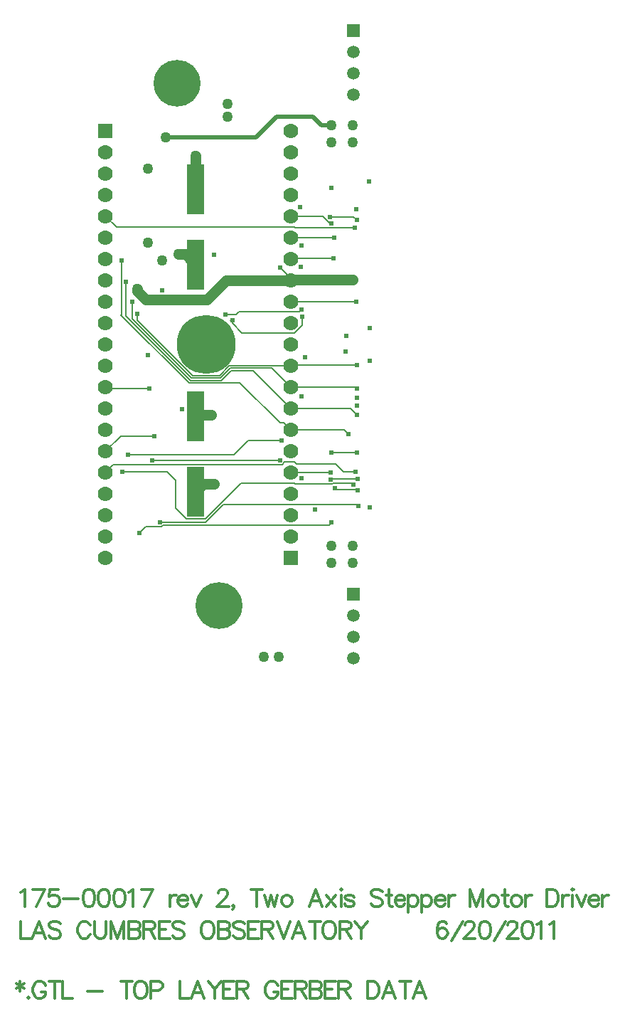
<source format=gtl>
%FSLAX23Y23*%
%MOIN*%
G70*
G01*
G75*
G04 Layer_Physical_Order=1*
G04 Layer_Color=255*
%ADD10R,0.079X0.236*%
%ADD11C,0.008*%
%ADD12C,0.007*%
%ADD13C,0.050*%
%ADD14C,0.020*%
%ADD15C,0.012*%
%ADD16C,0.012*%
%ADD17C,0.012*%
%ADD18R,0.070X0.070*%
%ADD19C,0.070*%
%ADD20C,0.219*%
%ADD21C,0.276*%
%ADD22C,0.059*%
%ADD23R,0.059X0.059*%
%ADD24C,0.050*%
%ADD25C,0.024*%
D10*
X31838Y21125D02*
D03*
Y21477D02*
D03*
Y22542D02*
D03*
Y22190D02*
D03*
D11*
X32283Y22116D02*
Y22125D01*
X32233Y22175D02*
X32283Y22125D01*
D12*
Y22316D02*
X32489D01*
X32489Y22316D01*
X31521Y21300D02*
X32018D01*
X31487Y21386D02*
X31506D01*
X31507Y21385D01*
X31645D01*
X32333Y21977D02*
Y21979D01*
Y21977D02*
X32333Y21977D01*
X32324Y21968D02*
X32333Y21977D01*
X32472Y21184D02*
X32599D01*
X32001Y21927D02*
X32010Y21918D01*
Y21914D02*
Y21918D01*
Y21914D02*
X32056Y21868D01*
X32302Y22364D02*
X32304Y22363D01*
X32585D01*
X32586Y22363D01*
X31416Y22416D02*
X31469Y22364D01*
X32302D01*
X31490Y21954D02*
Y22208D01*
X31489Y21953D02*
X31490Y21954D01*
X31510Y22107D02*
X31511Y22108D01*
X31510Y21950D02*
Y22107D01*
X31542Y22015D02*
X31542Y22015D01*
Y21934D02*
Y22015D01*
X31563Y21957D02*
X31564Y21957D01*
X31563Y21930D02*
Y21957D01*
Y21930D02*
X31823Y21670D01*
X31542Y21934D02*
X31818Y21658D01*
X31530Y21929D02*
X31813Y21646D01*
X31489Y21953D02*
X31808Y21634D01*
X31510Y21950D02*
X31530Y21930D01*
X31510Y21950D02*
Y21950D01*
X31530Y21929D02*
Y21930D01*
X32046Y21634D02*
X32233Y21447D01*
X31808Y21634D02*
X32046D01*
X32233Y21447D02*
X32252D01*
X32283Y21416D01*
X31813Y21646D02*
X31959D01*
X32006Y21692D01*
X32107D01*
X32283Y21516D01*
X31818Y21658D02*
X31955D01*
X32001Y21704D01*
X32195D01*
X32283Y21616D01*
X31823Y21670D02*
X31950D01*
X31996Y21716D01*
X32283D01*
X31416Y21616D02*
X31424Y21608D01*
X31622D01*
X31576Y20932D02*
X31604Y20961D01*
X31678D01*
X31686Y20968D01*
X32463D01*
X32476Y20981D01*
X31885D02*
X31968Y21064D01*
X31416Y21316D02*
X31487Y21386D01*
X31670Y20981D02*
X31885D01*
X31968Y21064D02*
X32598D01*
X32602Y21059D01*
X31703Y21218D02*
X31743Y21178D01*
X31494Y21218D02*
X31703D01*
X31743Y21050D02*
Y21178D01*
Y21050D02*
X31795Y20998D01*
X31886D02*
X32051Y21164D01*
X32302D01*
X32304Y21163D01*
X31795Y20998D02*
X31886D01*
X32304Y21163D02*
X32479D01*
X32480Y21164D01*
X32573D01*
X32578Y21159D01*
X32492Y21143D02*
X32501Y21134D01*
X32597D01*
X31416Y21216D02*
X31452Y21251D01*
X31881D01*
X31881Y21251D01*
X32193D01*
X32193Y21252D01*
X32244D01*
X32256Y21264D01*
X32310Y21256D02*
X32493D01*
X32256Y21264D02*
X32302D01*
X32310Y21256D01*
X32493D02*
X32531Y21218D01*
X32587D01*
X32001Y21927D02*
X32002D01*
X32056Y21868D02*
X32302D01*
X32339Y21904D01*
Y21945D01*
X31979Y21955D02*
X32028D01*
X32041Y21968D01*
X32324D01*
X32018Y21300D02*
X32083Y21365D01*
X32241D01*
X31634Y21273D02*
X31635Y21272D01*
X32236D01*
X32240Y21268D01*
X32283Y21416D02*
X32534D01*
X32555Y21395D01*
X32563Y21516D02*
X32595Y21484D01*
X32601D01*
X32283Y22216D02*
X32284Y22217D01*
X32486D01*
X32471Y21183D02*
X32472Y21184D01*
X32436Y22416D02*
X32469Y22383D01*
X32283Y22416D02*
X32436D01*
X32469Y22383D02*
X32476D01*
X32474Y21307D02*
X32475Y21308D01*
X32594D01*
X32579Y22413D02*
X32593Y22399D01*
X32468Y22413D02*
X32579D01*
X32470Y21216D02*
X32470Y21216D01*
X32283Y21216D02*
X32470D01*
X32283Y22016D02*
X32284Y22014D01*
X32592D01*
X32283Y21716D02*
X32284Y21717D01*
X32593D01*
X32283Y21616D02*
X32585D01*
X32594Y21607D01*
X32283Y21516D02*
X32563D01*
D13*
X31564Y22065D02*
Y22075D01*
Y22065D02*
X31603Y22026D01*
X31891D01*
X31981Y22116D01*
X32283D01*
X32285Y22118D02*
X32573D01*
X32283Y22116D02*
X32285Y22118D01*
X31838Y22542D02*
Y22697D01*
X31757Y22237D02*
X31791D01*
X31838Y22190D01*
X31845Y21484D02*
X31912D01*
X31838Y21477D02*
X31845Y21484D01*
X31875Y21162D02*
X31926D01*
X31838Y21125D02*
X31875Y21162D01*
D14*
X31698Y22784D02*
X32122D01*
X32219Y22881D01*
X32388D01*
X32428Y22841D01*
X32476D01*
D15*
X31016Y18832D02*
Y18786D01*
X30997Y18821D02*
X31035Y18798D01*
Y18821D02*
X30997Y18798D01*
X31055Y18760D02*
X31051Y18756D01*
X31055Y18752D01*
X31059Y18756D01*
X31055Y18760D01*
X31133Y18813D02*
X31130Y18821D01*
X31122Y18828D01*
X31114Y18832D01*
X31099D01*
X31092Y18828D01*
X31084Y18821D01*
X31080Y18813D01*
X31076Y18802D01*
Y18783D01*
X31080Y18771D01*
X31084Y18763D01*
X31092Y18756D01*
X31099Y18752D01*
X31114D01*
X31122Y18756D01*
X31130Y18763D01*
X31133Y18771D01*
Y18783D01*
X31114D02*
X31133D01*
X31178Y18832D02*
Y18752D01*
X31152Y18832D02*
X31205D01*
X31215D02*
Y18752D01*
X31260D01*
X31332Y18786D02*
X31400D01*
X31514Y18832D02*
Y18752D01*
X31487Y18832D02*
X31540D01*
X31573D02*
X31565Y18828D01*
X31557Y18821D01*
X31554Y18813D01*
X31550Y18802D01*
Y18783D01*
X31554Y18771D01*
X31557Y18763D01*
X31565Y18756D01*
X31573Y18752D01*
X31588D01*
X31595Y18756D01*
X31603Y18763D01*
X31607Y18771D01*
X31611Y18783D01*
Y18802D01*
X31607Y18813D01*
X31603Y18821D01*
X31595Y18828D01*
X31588Y18832D01*
X31573D01*
X31629Y18790D02*
X31664D01*
X31675Y18794D01*
X31679Y18798D01*
X31683Y18805D01*
Y18817D01*
X31679Y18824D01*
X31675Y18828D01*
X31664Y18832D01*
X31629D01*
Y18752D01*
X31763Y18832D02*
Y18752D01*
X31809D01*
X31879D02*
X31848Y18832D01*
X31818Y18752D01*
X31829Y18779D02*
X31867D01*
X31898Y18832D02*
X31928Y18794D01*
Y18752D01*
X31958Y18832D02*
X31928Y18794D01*
X32018Y18832D02*
X31969D01*
Y18752D01*
X32018D01*
X31969Y18794D02*
X31999D01*
X32032Y18832D02*
Y18752D01*
Y18832D02*
X32066D01*
X32077Y18828D01*
X32081Y18824D01*
X32085Y18817D01*
Y18809D01*
X32081Y18802D01*
X32077Y18798D01*
X32066Y18794D01*
X32032D01*
X32058D02*
X32085Y18752D01*
X32223Y18813D02*
X32219Y18821D01*
X32211Y18828D01*
X32204Y18832D01*
X32188D01*
X32181Y18828D01*
X32173Y18821D01*
X32169Y18813D01*
X32166Y18802D01*
Y18783D01*
X32169Y18771D01*
X32173Y18763D01*
X32181Y18756D01*
X32188Y18752D01*
X32204D01*
X32211Y18756D01*
X32219Y18763D01*
X32223Y18771D01*
Y18783D01*
X32204D02*
X32223D01*
X32291Y18832D02*
X32241D01*
Y18752D01*
X32291D01*
X32241Y18794D02*
X32272D01*
X32304Y18832D02*
Y18752D01*
Y18832D02*
X32338D01*
X32350Y18828D01*
X32353Y18824D01*
X32357Y18817D01*
Y18809D01*
X32353Y18802D01*
X32350Y18798D01*
X32338Y18794D01*
X32304D01*
X32331D02*
X32357Y18752D01*
X32375Y18832D02*
Y18752D01*
Y18832D02*
X32409D01*
X32421Y18828D01*
X32425Y18824D01*
X32428Y18817D01*
Y18809D01*
X32425Y18802D01*
X32421Y18798D01*
X32409Y18794D01*
X32375D02*
X32409D01*
X32421Y18790D01*
X32425Y18786D01*
X32428Y18779D01*
Y18767D01*
X32425Y18760D01*
X32421Y18756D01*
X32409Y18752D01*
X32375D01*
X32496Y18832D02*
X32446D01*
Y18752D01*
X32496D01*
X32446Y18794D02*
X32477D01*
X32509Y18832D02*
Y18752D01*
Y18832D02*
X32543D01*
X32555Y18828D01*
X32559Y18824D01*
X32563Y18817D01*
Y18809D01*
X32559Y18802D01*
X32555Y18798D01*
X32543Y18794D01*
X32509D01*
X32536D02*
X32563Y18752D01*
X32643Y18832D02*
Y18752D01*
Y18832D02*
X32670D01*
X32681Y18828D01*
X32689Y18821D01*
X32693Y18813D01*
X32697Y18802D01*
Y18783D01*
X32693Y18771D01*
X32689Y18763D01*
X32681Y18756D01*
X32670Y18752D01*
X32643D01*
X32775D02*
X32745Y18832D01*
X32714Y18752D01*
X32726Y18779D02*
X32764D01*
X32821Y18832D02*
Y18752D01*
X32794Y18832D02*
X32847D01*
X32918Y18752D02*
X32887Y18832D01*
X32857Y18752D01*
X32868Y18779D02*
X32906D01*
D16*
X31018Y19113D02*
Y19033D01*
X31063D01*
X31133D02*
X31103Y19113D01*
X31072Y19033D01*
X31084Y19059D02*
X31122D01*
X31205Y19101D02*
X31198Y19109D01*
X31186Y19113D01*
X31171D01*
X31159Y19109D01*
X31152Y19101D01*
Y19094D01*
X31156Y19086D01*
X31159Y19082D01*
X31167Y19078D01*
X31190Y19071D01*
X31198Y19067D01*
X31201Y19063D01*
X31205Y19055D01*
Y19044D01*
X31198Y19036D01*
X31186Y19033D01*
X31171D01*
X31159Y19036D01*
X31152Y19044D01*
X31343Y19094D02*
X31339Y19101D01*
X31332Y19109D01*
X31324Y19113D01*
X31309D01*
X31301Y19109D01*
X31294Y19101D01*
X31290Y19094D01*
X31286Y19082D01*
Y19063D01*
X31290Y19052D01*
X31294Y19044D01*
X31301Y19036D01*
X31309Y19033D01*
X31324D01*
X31332Y19036D01*
X31339Y19044D01*
X31343Y19052D01*
X31366Y19113D02*
Y19055D01*
X31369Y19044D01*
X31377Y19036D01*
X31388Y19033D01*
X31396D01*
X31407Y19036D01*
X31415Y19044D01*
X31419Y19055D01*
Y19113D01*
X31441D02*
Y19033D01*
Y19113D02*
X31471Y19033D01*
X31502Y19113D02*
X31471Y19033D01*
X31502Y19113D02*
Y19033D01*
X31525Y19113D02*
Y19033D01*
Y19113D02*
X31559D01*
X31570Y19109D01*
X31574Y19105D01*
X31578Y19097D01*
Y19090D01*
X31574Y19082D01*
X31570Y19078D01*
X31559Y19075D01*
X31525D02*
X31559D01*
X31570Y19071D01*
X31574Y19067D01*
X31578Y19059D01*
Y19048D01*
X31574Y19040D01*
X31570Y19036D01*
X31559Y19033D01*
X31525D01*
X31596Y19113D02*
Y19033D01*
Y19113D02*
X31630D01*
X31642Y19109D01*
X31645Y19105D01*
X31649Y19097D01*
Y19090D01*
X31645Y19082D01*
X31642Y19078D01*
X31630Y19075D01*
X31596D01*
X31623D02*
X31649Y19033D01*
X31717Y19113D02*
X31667D01*
Y19033D01*
X31717D01*
X31667Y19075D02*
X31698D01*
X31783Y19101D02*
X31776Y19109D01*
X31764Y19113D01*
X31749D01*
X31738Y19109D01*
X31730Y19101D01*
Y19094D01*
X31734Y19086D01*
X31738Y19082D01*
X31745Y19078D01*
X31768Y19071D01*
X31776Y19067D01*
X31780Y19063D01*
X31783Y19055D01*
Y19044D01*
X31776Y19036D01*
X31764Y19033D01*
X31749D01*
X31738Y19036D01*
X31730Y19044D01*
X31887Y19113D02*
X31879Y19109D01*
X31872Y19101D01*
X31868Y19094D01*
X31864Y19082D01*
Y19063D01*
X31868Y19052D01*
X31872Y19044D01*
X31879Y19036D01*
X31887Y19033D01*
X31902D01*
X31910Y19036D01*
X31917Y19044D01*
X31921Y19052D01*
X31925Y19063D01*
Y19082D01*
X31921Y19094D01*
X31917Y19101D01*
X31910Y19109D01*
X31902Y19113D01*
X31887D01*
X31944D02*
Y19033D01*
Y19113D02*
X31978D01*
X31989Y19109D01*
X31993Y19105D01*
X31997Y19097D01*
Y19090D01*
X31993Y19082D01*
X31989Y19078D01*
X31978Y19075D01*
X31944D02*
X31978D01*
X31989Y19071D01*
X31993Y19067D01*
X31997Y19059D01*
Y19048D01*
X31993Y19040D01*
X31989Y19036D01*
X31978Y19033D01*
X31944D01*
X32068Y19101D02*
X32061Y19109D01*
X32049Y19113D01*
X32034D01*
X32023Y19109D01*
X32015Y19101D01*
Y19094D01*
X32019Y19086D01*
X32023Y19082D01*
X32030Y19078D01*
X32053Y19071D01*
X32061Y19067D01*
X32064Y19063D01*
X32068Y19055D01*
Y19044D01*
X32061Y19036D01*
X32049Y19033D01*
X32034D01*
X32023Y19036D01*
X32015Y19044D01*
X32136Y19113D02*
X32086D01*
Y19033D01*
X32136D01*
X32086Y19075D02*
X32117D01*
X32149Y19113D02*
Y19033D01*
Y19113D02*
X32183D01*
X32195Y19109D01*
X32198Y19105D01*
X32202Y19097D01*
Y19090D01*
X32198Y19082D01*
X32195Y19078D01*
X32183Y19075D01*
X32149D01*
X32176D02*
X32202Y19033D01*
X32220Y19113D02*
X32251Y19033D01*
X32281Y19113D02*
X32251Y19033D01*
X32352D02*
X32322Y19113D01*
X32291Y19033D01*
X32303Y19059D02*
X32341D01*
X32398Y19113D02*
Y19033D01*
X32371Y19113D02*
X32424D01*
X32457D02*
X32449Y19109D01*
X32441Y19101D01*
X32438Y19094D01*
X32434Y19082D01*
Y19063D01*
X32438Y19052D01*
X32441Y19044D01*
X32449Y19036D01*
X32457Y19033D01*
X32472D01*
X32480Y19036D01*
X32487Y19044D01*
X32491Y19052D01*
X32495Y19063D01*
Y19082D01*
X32491Y19094D01*
X32487Y19101D01*
X32480Y19109D01*
X32472Y19113D01*
X32457D01*
X32513D02*
Y19033D01*
Y19113D02*
X32548D01*
X32559Y19109D01*
X32563Y19105D01*
X32567Y19097D01*
Y19090D01*
X32563Y19082D01*
X32559Y19078D01*
X32548Y19075D01*
X32513D01*
X32540D02*
X32567Y19033D01*
X32585Y19113D02*
X32615Y19075D01*
Y19033D01*
X32646Y19113D02*
X32615Y19075D01*
X33016Y19101D02*
X33012Y19109D01*
X33001Y19113D01*
X32993D01*
X32982Y19109D01*
X32974Y19097D01*
X32970Y19078D01*
Y19059D01*
X32974Y19044D01*
X32982Y19036D01*
X32993Y19033D01*
X32997D01*
X33008Y19036D01*
X33016Y19044D01*
X33020Y19055D01*
Y19059D01*
X33016Y19071D01*
X33008Y19078D01*
X32997Y19082D01*
X32993D01*
X32982Y19078D01*
X32974Y19071D01*
X32970Y19059D01*
X33037Y19021D02*
X33090Y19113D01*
X33100Y19094D02*
Y19097D01*
X33103Y19105D01*
X33107Y19109D01*
X33115Y19113D01*
X33130D01*
X33138Y19109D01*
X33142Y19105D01*
X33145Y19097D01*
Y19090D01*
X33142Y19082D01*
X33134Y19071D01*
X33096Y19033D01*
X33149D01*
X33190Y19113D02*
X33178Y19109D01*
X33171Y19097D01*
X33167Y19078D01*
Y19067D01*
X33171Y19048D01*
X33178Y19036D01*
X33190Y19033D01*
X33198D01*
X33209Y19036D01*
X33217Y19048D01*
X33220Y19067D01*
Y19078D01*
X33217Y19097D01*
X33209Y19109D01*
X33198Y19113D01*
X33190D01*
X33238Y19021D02*
X33292Y19113D01*
X33301Y19094D02*
Y19097D01*
X33305Y19105D01*
X33308Y19109D01*
X33316Y19113D01*
X33331D01*
X33339Y19109D01*
X33343Y19105D01*
X33346Y19097D01*
Y19090D01*
X33343Y19082D01*
X33335Y19071D01*
X33297Y19033D01*
X33350D01*
X33391Y19113D02*
X33380Y19109D01*
X33372Y19097D01*
X33368Y19078D01*
Y19067D01*
X33372Y19048D01*
X33380Y19036D01*
X33391Y19033D01*
X33399D01*
X33410Y19036D01*
X33418Y19048D01*
X33421Y19067D01*
Y19078D01*
X33418Y19097D01*
X33410Y19109D01*
X33399Y19113D01*
X33391D01*
X33439Y19097D02*
X33447Y19101D01*
X33458Y19113D01*
Y19033D01*
X33498Y19097D02*
X33506Y19101D01*
X33517Y19113D01*
Y19033D01*
D17*
X31018Y19247D02*
X31025Y19251D01*
X31037Y19263D01*
Y19183D01*
X31130Y19263D02*
X31092Y19183D01*
X31076Y19263D02*
X31130D01*
X31193D02*
X31155D01*
X31151Y19228D01*
X31155Y19232D01*
X31167Y19236D01*
X31178D01*
X31190Y19232D01*
X31197Y19225D01*
X31201Y19213D01*
Y19205D01*
X31197Y19194D01*
X31190Y19186D01*
X31178Y19183D01*
X31167D01*
X31155Y19186D01*
X31151Y19190D01*
X31148Y19198D01*
X31219Y19217D02*
X31287D01*
X31334Y19263D02*
X31322Y19259D01*
X31315Y19247D01*
X31311Y19228D01*
Y19217D01*
X31315Y19198D01*
X31322Y19186D01*
X31334Y19183D01*
X31342D01*
X31353Y19186D01*
X31361Y19198D01*
X31364Y19217D01*
Y19228D01*
X31361Y19247D01*
X31353Y19259D01*
X31342Y19263D01*
X31334D01*
X31405D02*
X31394Y19259D01*
X31386Y19247D01*
X31382Y19228D01*
Y19217D01*
X31386Y19198D01*
X31394Y19186D01*
X31405Y19183D01*
X31413D01*
X31424Y19186D01*
X31432Y19198D01*
X31436Y19217D01*
Y19228D01*
X31432Y19247D01*
X31424Y19259D01*
X31413Y19263D01*
X31405D01*
X31476D02*
X31465Y19259D01*
X31457Y19247D01*
X31454Y19228D01*
Y19217D01*
X31457Y19198D01*
X31465Y19186D01*
X31476Y19183D01*
X31484D01*
X31495Y19186D01*
X31503Y19198D01*
X31507Y19217D01*
Y19228D01*
X31503Y19247D01*
X31495Y19259D01*
X31484Y19263D01*
X31476D01*
X31525Y19247D02*
X31532Y19251D01*
X31544Y19263D01*
Y19183D01*
X31637Y19263D02*
X31599Y19183D01*
X31583Y19263D02*
X31637D01*
X31717Y19236D02*
Y19183D01*
Y19213D02*
X31721Y19225D01*
X31729Y19232D01*
X31736Y19236D01*
X31748D01*
X31755Y19213D02*
X31801D01*
Y19221D01*
X31797Y19228D01*
X31793Y19232D01*
X31786Y19236D01*
X31774D01*
X31767Y19232D01*
X31759Y19225D01*
X31755Y19213D01*
Y19205D01*
X31759Y19194D01*
X31767Y19186D01*
X31774Y19183D01*
X31786D01*
X31793Y19186D01*
X31801Y19194D01*
X31818Y19236D02*
X31841Y19183D01*
X31864Y19236D02*
X31841Y19183D01*
X31943Y19244D02*
Y19247D01*
X31947Y19255D01*
X31951Y19259D01*
X31959Y19263D01*
X31974D01*
X31981Y19259D01*
X31985Y19255D01*
X31989Y19247D01*
Y19240D01*
X31985Y19232D01*
X31978Y19221D01*
X31939Y19183D01*
X31993D01*
X32018Y19186D02*
X32015Y19183D01*
X32011Y19186D01*
X32015Y19190D01*
X32018Y19186D01*
Y19179D01*
X32015Y19171D01*
X32011Y19167D01*
X32125Y19263D02*
Y19183D01*
X32099Y19263D02*
X32152D01*
X32162Y19236D02*
X32177Y19183D01*
X32192Y19236D02*
X32177Y19183D01*
X32192Y19236D02*
X32207Y19183D01*
X32222Y19236D02*
X32207Y19183D01*
X32260Y19236D02*
X32253Y19232D01*
X32245Y19225D01*
X32241Y19213D01*
Y19205D01*
X32245Y19194D01*
X32253Y19186D01*
X32260Y19183D01*
X32272D01*
X32279Y19186D01*
X32287Y19194D01*
X32291Y19205D01*
Y19213D01*
X32287Y19225D01*
X32279Y19232D01*
X32272Y19236D01*
X32260D01*
X32432Y19183D02*
X32401Y19263D01*
X32371Y19183D01*
X32382Y19209D02*
X32421D01*
X32451Y19236D02*
X32493Y19183D01*
Y19236D02*
X32451Y19183D01*
X32517Y19263D02*
X32521Y19259D01*
X32525Y19263D01*
X32521Y19266D01*
X32517Y19263D01*
X32521Y19236D02*
Y19183D01*
X32581Y19225D02*
X32577Y19232D01*
X32565Y19236D01*
X32554D01*
X32542Y19232D01*
X32539Y19225D01*
X32542Y19217D01*
X32550Y19213D01*
X32569Y19209D01*
X32577Y19205D01*
X32581Y19198D01*
Y19194D01*
X32577Y19186D01*
X32565Y19183D01*
X32554D01*
X32542Y19186D01*
X32539Y19194D01*
X32713Y19251D02*
X32706Y19259D01*
X32694Y19263D01*
X32679D01*
X32668Y19259D01*
X32660Y19251D01*
Y19244D01*
X32664Y19236D01*
X32668Y19232D01*
X32675Y19228D01*
X32698Y19221D01*
X32706Y19217D01*
X32710Y19213D01*
X32713Y19205D01*
Y19194D01*
X32706Y19186D01*
X32694Y19183D01*
X32679D01*
X32668Y19186D01*
X32660Y19194D01*
X32743Y19263D02*
Y19198D01*
X32747Y19186D01*
X32754Y19183D01*
X32762D01*
X32731Y19236D02*
X32758D01*
X32773Y19213D02*
X32819D01*
Y19221D01*
X32815Y19228D01*
X32811Y19232D01*
X32804Y19236D01*
X32792D01*
X32785Y19232D01*
X32777Y19225D01*
X32773Y19213D01*
Y19205D01*
X32777Y19194D01*
X32785Y19186D01*
X32792Y19183D01*
X32804D01*
X32811Y19186D01*
X32819Y19194D01*
X32836Y19236D02*
Y19156D01*
Y19225D02*
X32844Y19232D01*
X32851Y19236D01*
X32863D01*
X32870Y19232D01*
X32878Y19225D01*
X32882Y19213D01*
Y19205D01*
X32878Y19194D01*
X32870Y19186D01*
X32863Y19183D01*
X32851D01*
X32844Y19186D01*
X32836Y19194D01*
X32899Y19236D02*
Y19156D01*
Y19225D02*
X32907Y19232D01*
X32914Y19236D01*
X32926D01*
X32933Y19232D01*
X32941Y19225D01*
X32945Y19213D01*
Y19205D01*
X32941Y19194D01*
X32933Y19186D01*
X32926Y19183D01*
X32914D01*
X32907Y19186D01*
X32899Y19194D01*
X32962Y19213D02*
X33007D01*
Y19221D01*
X33004Y19228D01*
X33000Y19232D01*
X32992Y19236D01*
X32981D01*
X32973Y19232D01*
X32966Y19225D01*
X32962Y19213D01*
Y19205D01*
X32966Y19194D01*
X32973Y19186D01*
X32981Y19183D01*
X32992D01*
X33000Y19186D01*
X33007Y19194D01*
X33025Y19236D02*
Y19183D01*
Y19213D02*
X33028Y19225D01*
X33036Y19232D01*
X33044Y19236D01*
X33055D01*
X33125Y19263D02*
Y19183D01*
Y19263D02*
X33156Y19183D01*
X33186Y19263D02*
X33156Y19183D01*
X33186Y19263D02*
Y19183D01*
X33228Y19236D02*
X33220Y19232D01*
X33213Y19225D01*
X33209Y19213D01*
Y19205D01*
X33213Y19194D01*
X33220Y19186D01*
X33228Y19183D01*
X33239D01*
X33247Y19186D01*
X33255Y19194D01*
X33258Y19205D01*
Y19213D01*
X33255Y19225D01*
X33247Y19232D01*
X33239Y19236D01*
X33228D01*
X33287Y19263D02*
Y19198D01*
X33291Y19186D01*
X33299Y19183D01*
X33306D01*
X33276Y19236D02*
X33303D01*
X33337D02*
X33329Y19232D01*
X33322Y19225D01*
X33318Y19213D01*
Y19205D01*
X33322Y19194D01*
X33329Y19186D01*
X33337Y19183D01*
X33348D01*
X33356Y19186D01*
X33364Y19194D01*
X33367Y19205D01*
Y19213D01*
X33364Y19225D01*
X33356Y19232D01*
X33348Y19236D01*
X33337D01*
X33385D02*
Y19183D01*
Y19213D02*
X33389Y19225D01*
X33396Y19232D01*
X33404Y19236D01*
X33415D01*
X33485Y19263D02*
Y19183D01*
Y19263D02*
X33512D01*
X33524Y19259D01*
X33531Y19251D01*
X33535Y19244D01*
X33539Y19232D01*
Y19213D01*
X33535Y19202D01*
X33531Y19194D01*
X33524Y19186D01*
X33512Y19183D01*
X33485D01*
X33557Y19236D02*
Y19183D01*
Y19213D02*
X33560Y19225D01*
X33568Y19232D01*
X33576Y19236D01*
X33587D01*
X33602Y19263D02*
X33606Y19259D01*
X33610Y19263D01*
X33606Y19266D01*
X33602Y19263D01*
X33606Y19236D02*
Y19183D01*
X33624Y19236D02*
X33647Y19183D01*
X33669Y19236D02*
X33647Y19183D01*
X33682Y19213D02*
X33728D01*
Y19221D01*
X33724Y19228D01*
X33720Y19232D01*
X33713Y19236D01*
X33701D01*
X33694Y19232D01*
X33686Y19225D01*
X33682Y19213D01*
Y19205D01*
X33686Y19194D01*
X33694Y19186D01*
X33701Y19183D01*
X33713D01*
X33720Y19186D01*
X33728Y19194D01*
X33745Y19236D02*
Y19183D01*
Y19213D02*
X33749Y19225D01*
X33757Y19232D01*
X33764Y19236D01*
X33776D01*
D18*
X31416Y22816D02*
D03*
X32283Y20816D02*
D03*
D19*
X31416Y22716D02*
D03*
Y22616D02*
D03*
Y22516D02*
D03*
Y22416D02*
D03*
Y22316D02*
D03*
Y22216D02*
D03*
Y22116D02*
D03*
Y22016D02*
D03*
Y21916D02*
D03*
Y21816D02*
D03*
Y21716D02*
D03*
Y21616D02*
D03*
Y21516D02*
D03*
Y21416D02*
D03*
Y21316D02*
D03*
Y21216D02*
D03*
Y21116D02*
D03*
Y21016D02*
D03*
Y20916D02*
D03*
Y20816D02*
D03*
X32283Y22816D02*
D03*
Y22716D02*
D03*
Y22616D02*
D03*
Y22516D02*
D03*
Y22416D02*
D03*
Y22316D02*
D03*
Y22216D02*
D03*
Y22116D02*
D03*
Y22016D02*
D03*
Y21916D02*
D03*
Y21816D02*
D03*
Y21716D02*
D03*
Y21616D02*
D03*
Y21516D02*
D03*
Y21416D02*
D03*
Y21316D02*
D03*
Y21216D02*
D03*
Y21116D02*
D03*
Y21016D02*
D03*
Y20916D02*
D03*
D20*
X31751Y23040D02*
D03*
X31948Y20591D02*
D03*
D03*
X31751Y23040D02*
D03*
D21*
X31889Y21816D02*
D03*
D22*
X32578Y20346D02*
D03*
Y20446D02*
D03*
Y20546D02*
D03*
Y22986D02*
D03*
Y23086D02*
D03*
Y23186D02*
D03*
D23*
Y20646D02*
D03*
Y23286D02*
D03*
D24*
X32576Y20871D02*
D03*
X32476D02*
D03*
Y20791D02*
D03*
X32576D02*
D03*
Y22841D02*
D03*
Y22761D02*
D03*
X32476Y22762D02*
D03*
Y22841D02*
D03*
X31988Y22881D02*
D03*
Y22941D02*
D03*
X31613Y22640D02*
D03*
X31614Y22292D02*
D03*
X31564Y22075D02*
D03*
X32573Y22118D02*
D03*
X31681Y22210D02*
D03*
X31698Y22784D02*
D03*
X31838Y22697D02*
D03*
X31757Y22237D02*
D03*
X31912Y21484D02*
D03*
X31926Y21162D02*
D03*
X32158Y20351D02*
D03*
X32228D02*
D03*
D25*
X32233Y22175D02*
D03*
X32335Y22280D02*
D03*
X31521Y21300D02*
D03*
X31645Y21385D02*
D03*
X32334Y21187D02*
D03*
X32333Y21979D02*
D03*
X32339Y21945D02*
D03*
X32598Y21186D02*
D03*
X32587Y21218D02*
D03*
X32578Y21159D02*
D03*
X32010Y21928D02*
D03*
X32541Y21782D02*
D03*
X32352Y21754D02*
D03*
X32586Y22363D02*
D03*
X32590Y22448D02*
D03*
X32652Y22577D02*
D03*
X32475Y22549D02*
D03*
X32328Y22460D02*
D03*
X32331Y22177D02*
D03*
X32544Y21856D02*
D03*
X32334Y21573D02*
D03*
X32399Y21042D02*
D03*
X32654Y21053D02*
D03*
X32593Y21565D02*
D03*
X32653Y21737D02*
D03*
X32654Y21892D02*
D03*
X31490Y22208D02*
D03*
X31511Y22108D02*
D03*
X31542Y22015D02*
D03*
X31563Y21957D02*
D03*
X31924Y22236D02*
D03*
X31681Y22068D02*
D03*
X31775Y21511D02*
D03*
X31613Y21766D02*
D03*
X31622Y21608D02*
D03*
X31576Y20932D02*
D03*
X32476Y20981D02*
D03*
X31670D02*
D03*
X32602Y21059D02*
D03*
X31494Y21218D02*
D03*
X32492Y21143D02*
D03*
X31979Y21955D02*
D03*
X32241Y21365D02*
D03*
X31634Y21273D02*
D03*
X32236Y21272D02*
D03*
X32555Y21395D02*
D03*
X32593Y21530D02*
D03*
X32595Y21484D02*
D03*
X32598Y21132D02*
D03*
X32489Y22316D02*
D03*
X32486Y22217D02*
D03*
X32471Y21183D02*
D03*
X32476Y22383D02*
D03*
X32474Y21307D02*
D03*
X32593Y22399D02*
D03*
X32468Y22413D02*
D03*
X32470Y21216D02*
D03*
X32592Y22014D02*
D03*
X32593Y21717D02*
D03*
X32594Y21607D02*
D03*
Y21308D02*
D03*
M02*

</source>
